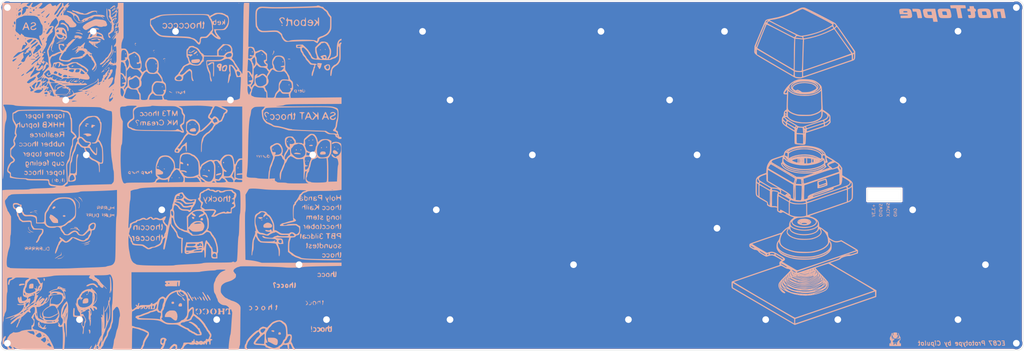
<source format=kicad_pcb>
(kicad_pcb (version 20211014) (generator pcbnew)
  (layers (0 "F.Cu" signal) (31 "B.Cu" signal) (34 "B.Paste" user) (35 "F.Paste" user) (36 "B.SilkS" user "B.Silkscreen") (37 "F.SilkS" user "F.Silkscreen") (38 "B.Mask" user) (39 "F.Mask" user) (44 "Edge.Cuts" user))
  (net 0 "")
  (net 1 "GND")
  (footprint "" (layer "F.Cu") (at 351.45 155.5575)
    (fp_text reference "" (at 0 0) (layer "F.SilkS") (effects (font (size 1.27 1.27))))
    (fp_text value "" (at 0 0) (layer "F.SilkS") (effects (font (size 1.27 1.27))))
    (pad "" thru_hole circle locked (at 0 0) (size 4.2 4.2) (drill 2.3) (layers *.Cu *.Mask) (net 1 "GND"))
  )
  (footprint "" (layer "F.Cu") (at 267.33 117.55)
    (fp_text reference "" (at 0 0) (layer "F.SilkS") (effects (font (size 1.27 1.27))))
    (fp_text value "" (at 0 0) (layer "F.SilkS") (effects (font (size 1.27 1.27))))
    (pad "" thru_hole circle locked (at 0 0) (size 4.2 4.2) (drill 2.3) (layers *.Cu *.Mask) (net 1 "GND"))
  )
  (footprint "" (layer "F.Cu") (at 276.83 136.55)
    (fp_text reference "" (at 0 0) (layer "F.SilkS") (effects (font (size 1.27 1.27))))
    (fp_text value "" (at 0 0) (layer "F.SilkS") (effects (font (size 1.27 1.27))))
    (pad "" thru_hole circle locked (at 0 0) (size 4.2 4.2) (drill 2.3) (layers *.Cu *.Mask) (net 1 "GND"))
  )
  (footprint "kbd:M2_Hole_TH" (layer "F.Cu") (at 63.08 193.55)
    (fp_text reference "" (at 0 -3.2) (layer "F.SilkS"))
    (fp_text value "")
    (pad "" thru_hole circle locked (at 0 0) (size 4.2 4.2) (drill 2.3) (layers *.Cu *.Mask) (net 1 "GND"))
  )
  (footprint "kbd:M2_Hole_TH" (layer "F.Cu") (at 58.33 117.55)
    (fp_text reference "" (at 0 -3.2) (layer "F.SilkS"))
    (fp_text value "")
    (pad "" thru_hole circle locked (at 0 0) (size 4.2 4.2) (drill 2.3) (layers *.Cu *.Mask) (net 1 "GND"))
  )
  (footprint "" (layer "F.Cu") (at 186.58 155.55)
    (fp_text reference "" (at 0 0) (layer "F.SilkS") (effects (font (size 1.27 1.27))))
    (fp_text value "" (at 0 0) (layer "F.SilkS") (effects (font (size 1.27 1.27))))
    (pad "" thru_hole circle locked (at 0 0) (size 4.2 4.2) (drill 2.3) (layers *.Cu *.Mask) (net 1 "GND"))
  )
  (footprint "" (layer "F.Cu") (at 286.33 93.8)
    (fp_text reference "" (at 0 0) (layer "F.SilkS") (effects (font (size 1.27 1.27))))
    (fp_text value "" (at 0 0) (layer "F.SilkS") (effects (font (size 1.27 1.27))))
    (pad "" thru_hole circle locked (at 0 0) (size 4.2 4.2) (drill 2.3) (layers *.Cu *.Mask) (net 1 "GND"))
  )
  (footprint "kbd:M2_Hole_TH" (layer "F.Cu") (at 110.58 193.55)
    (fp_text reference "" (at 0 -3.2) (layer "F.SilkS"))
    (fp_text value "")
    (pad "" thru_hole circle locked (at 0 0) (size 4.2 4.2) (drill 2.3) (layers *.Cu *.Mask) (net 1 "GND"))
  )
  (footprint "kbd:M2_Hole_TH" (layer "F.Cu") (at 191.33 193.55)
    (fp_text reference "" (at 0 -3.2) (layer "F.SilkS"))
    (fp_text value "")
    (pad "" thru_hole circle locked (at 0 0) (size 4.2 4.2) (drill 2.3) (layers *.Cu *.Mask) (net 1 "GND"))
  )
  (footprint "" (layer "F.Cu") (at 219.83 136.55)
    (fp_text reference "" (at 0 0) (layer "F.SilkS") (effects (font (size 1.27 1.27))))
    (fp_text value "" (at 0 0) (layer "F.SilkS") (effects (font (size 1.27 1.27))))
    (pad "" thru_hole circle locked (at 0 0) (size 4.2 4.2) (drill 2.3) (layers *.Cu *.Mask) (net 1 "GND"))
  )
  (footprint "kbd:M2_Hole_TH" (layer "F.Cu") (at 65.455 136.55)
    (fp_text reference "" (at 0 -3.2) (layer "F.SilkS"))
    (fp_text value "")
    (pad "" thru_hole circle locked (at 0 0) (size 4.2 4.2) (drill 2.3) (layers *.Cu *.Mask) (net 1 "GND"))
  )
  (footprint "" (layer "F.Cu") (at 367.1425 136.55)
    (fp_text reference "" (at 0 0) (layer "F.SilkS") (effects (font (size 1.27 1.27))))
    (fp_text value "" (at 0 0) (layer "F.SilkS") (effects (font (size 1.27 1.27))))
    (pad "" thru_hole circle locked (at 0 0) (size 4.2 4.2) (drill 2.3) (layers *.Cu *.Mask) (net 1 "GND"))
  )
  (footprint "" (layer "F.Cu") (at 115.33 117.55)
    (fp_text reference "" (at 0 0) (layer "F.SilkS") (effects (font (size 1.27 1.27))))
    (fp_text value "" (at 0 0) (layer "F.SilkS") (effects (font (size 1.27 1.27))))
    (pad "" thru_hole circle locked (at 0 0) (size 4.2 4.2) (drill 2.3) (layers *.Cu *.Mask) (net 1 "GND"))
  )
  (footprint "" (layer "F.Cu") (at 42.26 155.5575)
    (fp_text reference "" (at 0 0) (layer "F.SilkS") (effects (font (size 1.27 1.27))))
    (fp_text value "" (at 0 0) (layer "F.SilkS") (effects (font (size 1.27 1.27))))
    (pad "" thru_hole circle locked (at 0 0) (size 4.2 4.2) (drill 2.3) (layers *.Cu *.Mask) (net 1 "GND"))
  )
  (footprint "" (layer "F.Cu") (at 325.54875 193.55)
    (fp_text reference "" (at 0 0) (layer "F.SilkS") (effects (font (size 1.27 1.27))))
    (fp_text value "" (at 0 0) (layer "F.SilkS") (effects (font (size 1.27 1.27))))
    (pad "" thru_hole circle locked (at 0 0) (size 4.2 4.2) (drill 2.3) (layers *.Cu *.Mask) (net 1 "GND"))
  )
  (footprint "" (layer "F.Cu") (at 234.08 174.55)
    (fp_text reference "" (at 0 0) (layer "F.SilkS") (effects (font (size 1.27 1.27))))
    (fp_text value "" (at 0 0) (layer "F.SilkS") (effects (font (size 1.27 1.27))))
    (pad "" thru_hole circle locked (at 0 0) (size 4.2 4.2) (drill 2.3) (layers *.Cu *.Mask) (net 1 "GND"))
  )
  (footprint "" (layer "F.Cu") (at 387.33 85.5475)
    (fp_text reference "" (at 0 0) (layer "F.SilkS") (effects (font (size 1.27 1.27))))
    (fp_text value "" (at 0 0) (layer "F.SilkS") (effects (font (size 1.27 1.27))))
    (pad "" thru_hole circle locked (at 0 0) (size 4.2 4.2) (drill 2.3) (layers *.Cu *.Mask) (net 1 "GND"))
  )
  (footprint "" (layer "F.Cu") (at 38.14 85.5475)
    (fp_text reference "" (at 0 0) (layer "F.SilkS") (effects (font (size 1.27 1.27))))
    (fp_text value "" (at 0 0) (layer "F.SilkS") (effects (font (size 1.27 1.27))))
    (pad "" thru_hole circle locked (at 0 0) (size 4.2 4.2) (drill 2.3) (layers *.Cu *.Mask) (net 1 "GND"))
  )
  (footprint "kbd:M2_Hole_TH" (layer "F.Cu") (at 243.58 93.8)
    (fp_text reference "" (at 0 -3.2) (layer "F.SilkS"))
    (fp_text value "")
    (pad "" thru_hole circle locked (at 0 0) (size 4.2 4.2) (drill 2.3) (layers *.Cu *.Mask) (net 1 "GND"))
  )
  (footprint "" (layer "F.Cu") (at 348.1425 117.55)
    (fp_text reference "" (at 0 0) (layer "F.SilkS") (effects (font (size 1.27 1.27))))
    (fp_text value "" (at 0 0) (layer "F.SilkS") (effects (font (size 1.27 1.27))))
    (pad "" thru_hole circle locked (at 0 0) (size 4.2 4.2) (drill 2.3) (layers *.Cu *.Mask) (net 1 "GND"))
  )
  (footprint "" (layer "F.Cu") (at 367.1425 193.55)
    (fp_text reference "" (at 0 0) (layer "F.SilkS") (effects (font (size 1.27 1.27))))
    (fp_text value "" (at 0 0) (layer "F.SilkS") (effects (font (size 1.27 1.27))))
    (pad "" thru_hole circle locked (at 0 0) (size 4.2 4.2) (drill 2.3) (layers *.Cu *.Mask) (net 1 "GND"))
  )
  (footprint "" (layer "F.Cu") (at 96.33 93.8)
    (fp_text reference "" (at 0 0) (layer "F.SilkS") (effects (font (size 1.27 1.27))))
    (fp_text value "" (at 0 0) (layer "F.SilkS") (effects (font (size 1.27 1.27))))
    (pad "" thru_hole circle locked (at 0 0) (size 4.2 4.2) (drill 2.3) (layers *.Cu *.Mask) (net 1 "GND"))
  )
  (footprint "" (layer "F.Cu") (at 38.14 201.7375)
    (fp_text reference "" (at 0 0) (layer "F.SilkS") (effects (font (size 1.27 1.27))))
    (fp_text value "" (at 0 0) (layer "F.SilkS") (effects (font (size 1.27 1.27))))
    (pad "" thru_hole circle locked (at 0 0) (size 4.2 4.2) (drill 2.3) (layers *.Cu *.Mask) (net 1 "GND"))
  )
  (footprint "" (layer "F.Cu") (at 253.08 193.55)
    (fp_text reference "" (at 0 0) (layer "F.SilkS") (effects (font (size 1.27 1.27))))
    (fp_text value "" (at 0 0) (layer "F.SilkS") (effects (font (size 1.27 1.27))))
    (pad "" thru_hole circle locked (at 0 0) (size 4.2 4.2) (drill 2.3) (layers *.Cu *.Mask) (net 1 "GND"))
  )
  (footprint "" (layer "F.Cu") (at 91.58 155.55)
    (fp_text reference "" (at 0 0) (layer "F.SilkS") (effects (font (size 1.27 1.27))))
    (fp_text value "" (at 0 0) (layer "F.SilkS") (effects (font (size 1.27 1.27))))
    (pad "" thru_hole circle locked (at 0 0) (size 4.2 4.2) (drill 2.3) (layers *.Cu *.Mask) (net 1 "GND"))
  )
  (footprint "kbd:M2_Hole_TH" (layer "F.Cu") (at 148.58 193.55)
    (fp_text reference "" (at 0 -3.2) (layer "F.SilkS"))
    (fp_text value "")
    (pad "" thru_hole circle locked (at 0 0) (size 4.2 4.2) (drill 2.3) (layers *.Cu *.Mask) (net 1 "GND"))
  )
  (footprint "" (layer "F.Cu") (at 300.58 193.55)
    (fp_text reference "" (at 0 0) (layer "F.SilkS") (effects (font (size 1.27 1.27))))
    (fp_text value "" (at 0 0) (layer "F.SilkS") (effects (font (size 1.27 1.27))))
    (pad "" thru_hole circle locked (at 0 0) (size 4.2 4.2) (drill 2.3) (layers *.Cu *.Mask) (net 1 "GND"))
  )
  (footprint "" (layer "F.Cu") (at 387.33 201.7375)
    (fp_text reference "" (at 0 0) (layer "F.SilkS") (effects (font (size 1.27 1.27))))
    (fp_text value "" (at 0 0) (layer "F.SilkS") (effects (font (size 1.27 1.27))))
    (pad "" thru_hole circle locked (at 0 0) (size 4.2 4.2) (drill 2.3) (layers *.Cu *.Mask) (net 1 "GND"))
  )
  (footprint "" (layer "F.Cu") (at 367.1425 93.7375)
    (fp_text reference "" (at 0 0) (layer "F.SilkS") (effects (font (size 1.27 1.27))))
    (fp_text value "" (at 0 0) (layer "F.SilkS") (effects (font (size 1.27 1.27))))
    (pad "" thru_hole circle locked (at 0 0) (size 4.2 4.2) (drill 2.3) (layers *.Cu *.Mask) (net 1 "GND"))
  )
  (footprint "kbd:M2_Hole_TH" (layer "F.Cu") (at 139.08 174.55)
    (fp_text reference "" (at 0 -3.2) (layer "F.SilkS"))
    (fp_text value "")
    (pad "" thru_hole circle locked (at 0 0) (size 4.2 4.2) (drill 2.3) (layers *.Cu *.Mask) (net 1 "GND"))
  )
  (footprint "" (layer "F.Cu") (at 376.6425 174.55)
    (fp_text reference "" (at 0 0) (layer "F.SilkS") (effects (font (size 1.27 1.27))))
    (fp_text value "" (at 0 0) (layer "F.SilkS") (effects (font (size 1.27 1.27))))
    (pad "" thru_hole circle locked (at 0 0) (size 4.2 4.2) (drill 2.3) (layers *.Cu *.Mask) (net 1 "GND"))
  )
  (footprint "" (layer "F.Cu") (at 191.33 117.55)
    (fp_text reference "" (at 0 0) (layer "F.SilkS") (effects (font (size 1.27 1.27))))
    (fp_text value "" (at 0 0) (layer "F.SilkS") (effects (font (size 1.27 1.27))))
    (pad "" thru_hole circle locked (at 0 0) (size 4.2 4.2) (drill 2.3) (layers *.Cu *.Mask) (net 1 "GND"))
  )
  (footprint "kbd:M2_Hole_TH" (layer "F.Cu") (at 181.83 93.8)
    (fp_text reference "" (at 0 -3.2) (layer "F.SilkS"))
    (fp_text value "")
    (pad "" thru_hole circle locked (at 0 0) (size 4.2 4.2) (drill 2.3) (layers *.Cu *.Mask) (net 1 "GND"))
  )
  (footprint "" (layer "F.Cu") (at 143.83 136.55)
    (fp_text reference "" (at 0 0) (layer "F.SilkS") (effects (font (size 1.27 1.27))))
    (fp_text value "" (at 0 0) (layer "F.SilkS") (effects (font (size 1.27 1.27))))
    (pad "" thru_hole circle locked (at 0 0) (size 4.2 4.2) (drill 2.3) (layers *.Cu *.Mask) (net 1 "GND"))
  )
  (footprint "" (layer "F.Cu") (at 283.73 161.9275)
    (fp_text reference "" (at 0 0) (layer "F.SilkS") (effects (font (size 1.27 1.27))))
    (fp_text value "" (at 0 0) (layer "F.SilkS") (effects (font (size 1.27 1.27))))
    (pad "" thru_hole circle locked (at 0 0) (size 4.2 4.2) (drill 2.3) (layers *.Cu *.Mask) (net 1 "GND"))
  )
  (footprint "" (layer "F.Cu") (at 67.83 93.8 90)
    (fp_text reference "" (at 0 0 90) (layer "F.SilkS") (effects (font (size 1.27 1.27))))
    (fp_text value "" (at 0 0 90) (layer "F.SilkS") (effects (font (size 1.27 1.27))))
    (pad "" thru_hole circle locked (at 0 0 90) (size 4.2 4.2) (drill 2.3) (layers *.Cu *.Mask) (net 1 "GND"))
  )
  (footprint "LOGO" (layer "B.Cu") (at 313.84 140.46 180)
    (fp_text reference "G***" hide)
    (fp_text value "LOGO" hide)
  )
  (footprint "LOGO" (layer "B.Cu") (at 95.08 143.85 180)
    (fp_text reference "G***" hide)
    (fp_text value "LOGO" hide)
  )
  (footprint "LOGO" (layer "B.Cu") (at 365.24 87.6 180)
    (fp_text reference "G***" hide)
    (fp_text value "LOGO" hide)
  )
  (footprint "cipulot_parts:IronMan_small" (layer "B.Cu") (at 345.412026 200.315212 180)
    (fp_text reference "G***" hide)
    (fp_text value "LOGO" hide)
  )
  (gr_line (start 37.73625 83.14375) (end 332.33625 83.143749) (layer "Edge.Cuts") (width 0.1))
  (gr_arc (start 35.73625 85.14375) (mid 36.322036 83.729536) (end 37.73625 83.14375) (layer "Edge.Cuts") (width 0.1))
  (gr_arc (start 387.736251 83.143749) (mid 389.150465 83.729535) (end 389.736251 85.143749) (layer "Edge.Cuts") (width 0.1))
  (gr_line (start 389.736251 109.14375) (end 389.736251 202.143749) (layer "Edge.Cuts") (width 0.1))
  (gr_arc (start 389.736251 202.143749) (mid 389.150465 203.557963) (end 387.736251 204.143749) (layer "Edge.Cuts") (width 0.1))
  (gr_line (start 35.736251 202.143749) (end 35.736249 109.14375) (layer "Edge.Cuts") (width 0.1))
  (gr_line (start 332.33625 83.143749) (end 387.736251 83.143749) (layer "Edge.Cuts") (width 0.1))
  (gr_arc (start 37.736251 204.143749) (mid 36.322037 203.557963) (end 35.736251 202.143749) (layer "Edge.Cuts") (width 0.1))
  (gr_line (start 389.736251 109.14375) (end 389.736251 85.143749) (layer "Edge.Cuts") (width 0.1))
  (gr_line (start 387.736251 204.143749) (end 37.736251 204.143749) (layer "Edge.Cuts") (width 0.1))
  (gr_rect (start 335.83 148.26) (end 347.51 152.49) (layer "Edge.Cuts") (width 0.1) (fill none))
  (gr_line (start 35.736249 109.14375) (end 35.73625 85.14375) (layer "Edge.Cuts") (width 0.1))
  (gr_text "SWDIO\n" (at 340.43 158.11 90) (layer "B.SilkS") (effects (font (size 1 1)) (justify right mirror)))
  (gr_text "+3.3V\n\n" (at 338.75 158.12 90) (layer "B.SilkS") (effects (font (size 1 1)) (justify right mirror)))
  (gr_text "SWCLK\n" (at 342.97 158.12 90) (layer "B.SilkS") (effects (font (size 1 1)) (justify right mirror)))
  (gr_text "EC87 Prototype by Cipulot" (at 368.48 201.75) (layer "B.SilkS") (effects (font (size 1.5 1.5) (thickness 0.3) italic) (justify mirror)))
  (gr_text "GND\n" (at 345.5 158.12 90) (layer "B.SilkS") (effects (font (size 1 1)) (justify right mirror)))
  (zone (net 1) (net_name "GND") (layers F&B.Cu) (connect_pads yes (clearance 0.508)) (min_thickness 0.254) (fill yes (thermal_gap 0.508) (thermal_bridge_width 0.508))
    (polygon (pts (xy 35.58 82.94) (xy 389.99 82.94) (xy 389.99 204.41) (xy 35.58 204.41)))
  )
)
</source>
